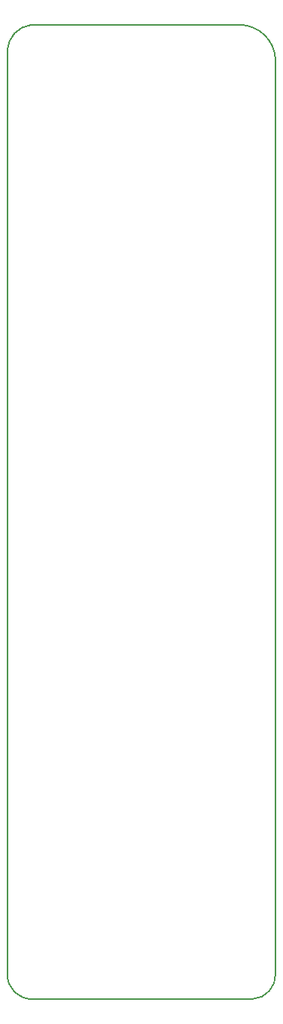
<source format=gko>
G04 DipTrace 3.2.0.1*
G04 Mwarp.GKO*
%MOIN*%
G04 #@! TF.FileFunction,Profile*
G04 #@! TF.Part,Single*
%ADD11C,0.005512*%
%FSLAX26Y26*%
G04*
G70*
G90*
G75*
G01*
G04 BoardOutline*
%LPD*%
X500389Y4694140D2*
D11*
G03X394139Y4581640I12007J-117763D01*
G01*
X394140Y506640D1*
G03X506640Y394140I107029J-5471D01*
G01*
X1481640D1*
G03X1581640Y506640I-7203J107097D01*
G01*
Y4544140D1*
G03X1419140Y4694140I-160183J-10510D01*
G01*
X500389D1*
M02*

</source>
